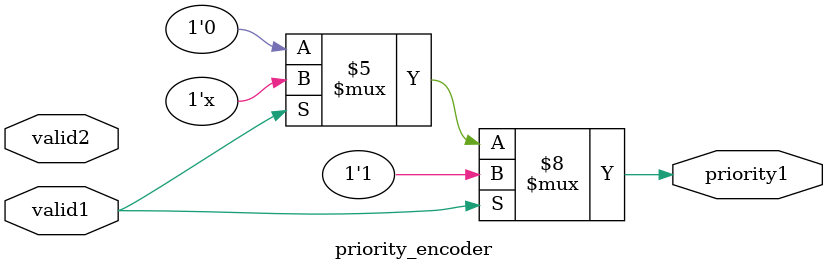
<source format=sv>
module priority_encoder(
    input logic valid1, valid2,
    output logic priority1
);
    always_comb begin
        if (valid1) begin
            priority1 = 1'b1;
        end
        else if (valid2) begin
            priority1 = 1'b0;
        end
        else begin
            priority1 = 1'b0;
        end
    end
endmodule
</source>
